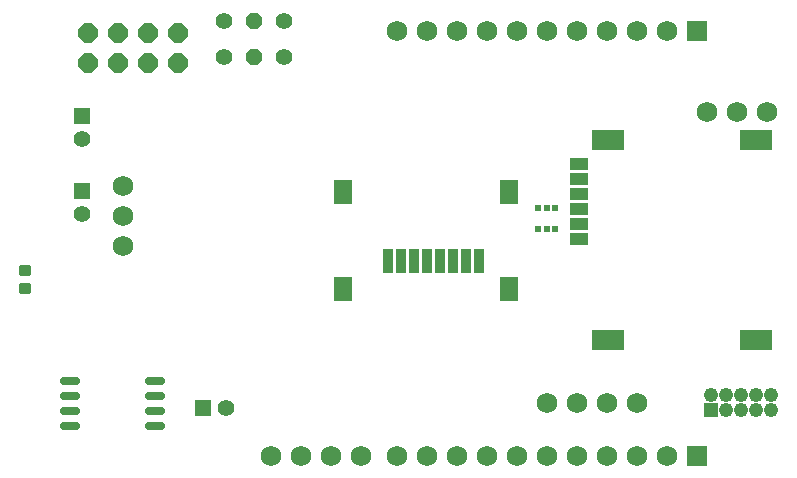
<source format=gbr>
G04 EAGLE Gerber X2 export*
%TF.Part,Single*%
%TF.FileFunction,Soldermask,Bot,1*%
%TF.FilePolarity,Negative*%
%TF.GenerationSoftware,Autodesk,EAGLE,8.6.3*%
%TF.CreationDate,2023-08-23T14:46:16Z*%
G75*
%MOMM*%
%FSLAX34Y34*%
%LPD*%
%AMOC8*
5,1,8,0,0,1.08239X$1,22.5*%
G01*
%ADD10R,1.752600X1.752600*%
%ADD11C,1.752600*%
%ADD12R,0.601600X0.601600*%
%ADD13R,0.501600X0.601600*%
%ADD14R,2.711600X1.661600*%
%ADD15R,1.601600X1.001600*%
%ADD16R,1.409600X1.409600*%
%ADD17C,1.409600*%
%ADD18R,0.901600X2.109600*%
%ADD19R,1.551600X2.101600*%
%ADD20P,1.539592X8X292.500000*%
%ADD21C,1.422400*%
%ADD22C,0.247650*%
%ADD23P,1.759533X8X22.500000*%
%ADD24C,0.701600*%
%ADD25R,1.209600X1.209600*%
%ADD26C,1.209600*%


D10*
X477000Y380000D03*
D11*
X451600Y380000D03*
X426200Y380000D03*
X400800Y380000D03*
X375400Y380000D03*
X350000Y380000D03*
X324600Y380000D03*
X299200Y380000D03*
X273800Y380000D03*
X248400Y380000D03*
X223000Y380000D03*
D12*
X341750Y229980D03*
D13*
X349250Y229980D03*
D12*
X356750Y229980D03*
X356750Y211980D03*
D13*
X349250Y211980D03*
D12*
X341750Y211980D03*
D14*
X400900Y287400D03*
X526900Y287400D03*
X526900Y118400D03*
X400900Y118400D03*
D15*
X376900Y267100D03*
X376900Y254400D03*
X376900Y241700D03*
X376900Y229000D03*
X376900Y216300D03*
X376900Y203600D03*
D16*
X-44196Y308196D03*
D17*
X-44196Y288196D03*
D16*
X-44196Y244696D03*
D17*
X-44196Y224696D03*
D18*
X215286Y185040D03*
X226286Y185040D03*
X237286Y185040D03*
X248286Y185040D03*
X259286Y185040D03*
X270286Y185040D03*
X281286Y185040D03*
X292286Y185040D03*
D19*
X177250Y161580D03*
X317290Y161580D03*
X177250Y243564D03*
X317290Y243564D03*
D10*
X477000Y20000D03*
D11*
X451600Y20000D03*
X426200Y20000D03*
X400800Y20000D03*
X375400Y20000D03*
X350000Y20000D03*
X324600Y20000D03*
X299200Y20000D03*
X273800Y20000D03*
X248400Y20000D03*
X223000Y20000D03*
X349250Y64770D03*
X374650Y64770D03*
X400050Y64770D03*
X425450Y64770D03*
X485140Y311150D03*
X510540Y311150D03*
X535940Y311150D03*
D20*
X101600Y388620D03*
X101600Y358140D03*
D21*
X127000Y388620D03*
X76200Y388620D03*
X76200Y358140D03*
X127000Y358140D03*
D22*
X-96171Y181261D02*
X-96171Y173831D01*
X-96171Y181261D02*
X-88741Y181261D01*
X-88741Y173831D01*
X-96171Y173831D01*
X-96171Y176307D02*
X-88741Y176307D01*
X-88741Y178783D02*
X-96171Y178783D01*
X-96171Y181259D02*
X-88741Y181259D01*
X-96171Y166021D02*
X-96171Y158591D01*
X-96171Y166021D02*
X-88741Y166021D01*
X-88741Y158591D01*
X-96171Y158591D01*
X-96171Y161067D02*
X-88741Y161067D01*
X-88741Y163543D02*
X-96171Y163543D01*
X-96171Y166019D02*
X-88741Y166019D01*
D23*
X-39116Y353060D03*
X-39116Y378460D03*
X-13716Y353060D03*
X-13716Y378460D03*
X11684Y353060D03*
X11684Y378460D03*
X37084Y353060D03*
X37084Y378460D03*
D24*
X22458Y83566D02*
X12458Y83566D01*
X12458Y70866D02*
X22458Y70866D01*
X22458Y58166D02*
X12458Y58166D01*
X12458Y45466D02*
X22458Y45466D01*
X-49542Y45466D02*
X-59542Y45466D01*
X-59542Y58166D02*
X-49542Y58166D01*
X-49542Y70866D02*
X-59542Y70866D01*
X-59542Y83566D02*
X-49542Y83566D01*
D16*
X58072Y60452D03*
D17*
X78072Y60452D03*
D25*
X488442Y58928D03*
D26*
X488442Y71628D03*
X501142Y58928D03*
X501142Y71628D03*
X513842Y58928D03*
X513842Y71628D03*
X526542Y58928D03*
X526542Y71628D03*
X539242Y58928D03*
X539242Y71628D03*
D11*
X192024Y19812D03*
X166624Y19812D03*
X141224Y19812D03*
X115824Y19812D03*
X-9144Y248666D03*
X-9144Y223266D03*
X-9144Y197866D03*
M02*

</source>
